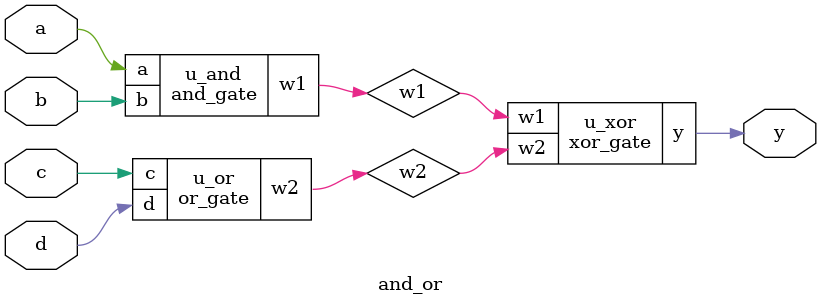
<source format=v>
module and_gate (
    input a, b,
    output w1
);
    assign w1 = a & b;
endmodule

module or_gate (
    input c, d,
    output w2
);
    assign w2 = c | d;
endmodule

module xor_gate (
    input w1, w2,
    output y
);
    assign y = w1 ^ w2;
endmodule

module and_or (
    input a, b, c, d,
    output y
);
    wire w1, w2;
    
    and_gate u_and (
        .a(a),
        .b(b),
        .w1(w1)
    );
    
    or_gate u_or (
        .c(c),
        .d(d),
        .w2(w2)
    );
    
    xor_gate u_xor (
        .w1(w1),
        .w2(w2),
        .y(y)
    );
endmodule
</source>
